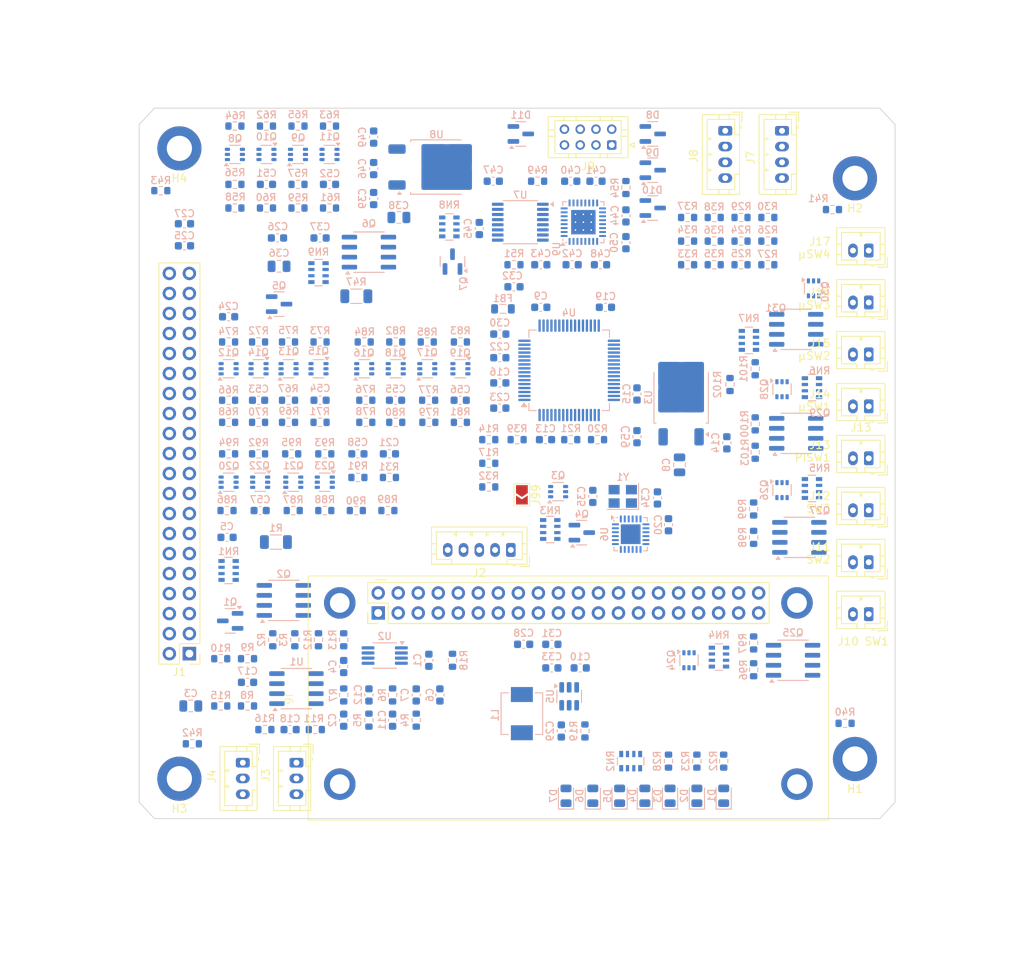
<source format=kicad_pcb>
(kicad_pcb (version 20240108) (generator "pcbnew") (generator_version "8.0")
  (title_block (title "NyanSat: Bare Board") (rev "1") (company "Oakwood School"))
  (layers (0 "F.Cu" signal) (1 "In1.Cu" power) (2 "In2.Cu" power) (3 "In3.Cu" signal) (4 "In4.Cu" signal) (31 "B.Cu" signal) (34 "B.Paste" user) (35 "F.Paste" user) (36 "B.SilkS" user "B.Silkscreen") (37 "F.SilkS" user "F.Silkscreen") (38 "B.Mask" user) (39 "F.Mask" user) (44 "Edge.Cuts" user))
  (net 0 "")
  (net 1 "+5V")
  (net 2 "GND")
  (net 3 "+BATT")
  (net 4 "/REF2V")
  (net 5 "Net-(Q2-G)")
  (net 6 "Net-(C6-Pad1)")
  (net 7 "Net-(C7-Pad1)")
  (net 8 "+7.5V")
  (net 9 "+3.3V")
  (net 10 "Net-(C11-Pad1)")
  (net 11 "Net-(U1A--)")
  (net 12 "Net-(U1B--)")
  (net 13 "Net-(C12-Pad1)")
  (net 14 "Net-(C17-Pad2)")
  (net 15 "Net-(C18-Pad2)")
  (net 16 "/~{MICRORST}")
  (net 17 "Net-(J1-Pin_37)")
  (net 18 "Net-(U5-SW)")
  (net 19 "Net-(U5-BST)")
  (net 20 "Net-(U4-VDDA)")
  (net 21 "Net-(U6-XTAL2)")
  (net 22 "Net-(U6-XTAL1)")
  (net 23 "Net-(Q6-G)")
  (net 24 "/FourFullBridges/VM")
  (net 25 "Net-(U9-V_{18})")
  (net 26 "/FourFullBridges/FBRDG3V3")
  (net 27 "Net-(U9-V_{CP})")
  (net 28 "Net-(U9-C_{FN})")
  (net 29 "Net-(U9-C_{FP})")
  (net 30 "Net-(Q10B-G1)")
  (net 31 "Net-(Q11B-G1)")
  (net 32 "Net-(Q14B-G1)")
  (net 33 "Net-(Q15B-G1)")
  (net 34 "Net-(Q18B-G1)")
  (net 35 "Net-(Q19B-G1)")
  (net 36 "Net-(Q22B-G1)")
  (net 37 "Net-(Q23B-G1)")
  (net 38 "Net-(D1-A)")
  (net 39 "Net-(D2-A)")
  (net 40 "Net-(D3-A)")
  (net 41 "Net-(D4-A)")
  (net 42 "Net-(D5-A)")
  (net 43 "Net-(D6-A)")
  (net 44 "Net-(D7-A)")
  (net 45 "/FourFullBridges/OUT1A")
  (net 46 "/FourFullBridges/OUT1B")
  (net 47 "/FourFullBridges/OUT2B")
  (net 48 "/FourFullBridges/OUT2A")
  (net 49 "/FourFullBridges/OUT3A")
  (net 50 "/FourFullBridges/OUT3B")
  (net 51 "/FourFullBridges/OUT4A")
  (net 52 "/FourFullBridges/OUT4B")
  (net 53 "Net-(H1-Pad1)")
  (net 54 "Net-(H2-Pad1)")
  (net 55 "Net-(H3-Pad1)")
  (net 56 "Net-(H4-Pad1)")
  (net 59 "/PRIPWREN")
  (net 60 "/SDA")
  (net 61 "/FBRGPWREN")
  (net 69 "/SCL")
  (net 70 "/EXTSCL")
  (net 71 "/EXTSDA")
  (net 72 "/DAC1BUF")
  (net 73 "/DAC2BUF")
  (net 77 "/uRX")
  (net 78 "/PITX")
  (net 81 "/~{PICTS}")
  (net 85 "/PISYNC")
  (net 86 "/~{RSTREQPI}")
  (net 88 "/PISW1")
  (net 91 "/PIRX")
  (net 92 "/SWDIO")
  (net 94 "Net-(J6-Pin_22)")
  (net 95 "/PIFAILSAFE")
  (net 96 "/SWCLK")
  (net 98 "/PI3V3")
  (net 99 "/~{PIRTS}")
  (net 101 "/PILED")
  (net 103 "/uTX")
  (net 104 "Net-(J7-Pin_2)")
  (net 105 "Net-(J7-Pin_4)")
  (net 106 "Net-(J8-Pin_4)")
  (net 107 "Net-(J8-Pin_2)")
  (net 108 "/PairPowerSwitches1/OUT1")
  (net 109 "/PairPowerSwitches1/OUT2")
  (net 110 "/PairPowerSwitches2/OUT1")
  (net 111 "/PairPowerSwitches2/OUT2")
  (net 112 "/PairPowerSwitches3/OUT1")
  (net 113 "/PairPowerSwitches3/OUT2")
  (net 114 "/PairPowerSwitches4/OUT1")
  (net 115 "/PairPowerSwitches4/OUT2")
  (net 116 "/~{RBF}")
  (net 117 "Net-(Q1-C)")
  (net 118 "Net-(Q1-B)")
  (net 119 "Net-(Q2-S-Pad1)")
  (net 120 "Net-(Q3A-C1)")
  (net 121 "/RSTREQGPIO")
  (net 122 "Net-(Q5-C)")
  (net 123 "Net-(Q5-B)")
  (net 124 "Net-(Q6-S-Pad1)")
  (net 125 "Net-(Q7-B)")
  (net 126 "/FourFullBridges/FBRGEN")
  (net 127 "Net-(Q8A-B1)")
  (net 128 "/FourFullBridges/PCVTSCL")
  (net 129 "/FBSCL")
  (net 130 "Net-(Q10A-D1)")
  (net 131 "/FourFullBridges/PCVTSDA")
  (net 132 "/FBSDA")
  (net 133 "Net-(Q9A-B1)")
  (net 134 "Net-(Q11A-D1)")
  (net 135 "Net-(Q10A-G2)")
  (net 136 "Net-(Q11A-G2)")
  (net 137 "Net-(Q12B-B2)")
  (net 138 "/UARTSCL")
  (net 139 "Net-(Q12A-B1)")
  (net 140 "Net-(Q13A-B1)")
  (net 141 "/UARTSDA")
  (net 142 "Net-(Q13B-B2)")
  (net 143 "Net-(Q14A-G2)")
  (net 144 "Net-(Q15A-G2)")
  (net 145 "/uSCL")
  (net 146 "Net-(Q16B-B2)")
  (net 147 "Net-(Q16A-B1)")
  (net 148 "Net-(Q17B-B2)")
  (net 149 "/uSDA")
  (net 150 "Net-(Q17A-B1)")
  (net 151 "Net-(Q18A-G2)")
  (net 152 "Net-(Q19A-G2)")
  (net 153 "Net-(Q20B-B2)")
  (net 154 "Net-(Q20A-B1)")
  (net 155 "Net-(Q21A-B1)")
  (net 156 "Net-(Q21B-B2)")
  (net 157 "Net-(Q22A-G2)")
  (net 158 "Net-(Q23A-G2)")
  (net 159 "Net-(Q24A-B1)")
  (net 160 "Net-(Q24B-B2)")
  (net 161 "Net-(Q24B-C2)")
  (net 162 "Net-(Q24A-C1)")
  (net 163 "Net-(Q26A-B1)")
  (net 164 "Net-(Q26A-C1)")
  (net 165 "Net-(Q26B-B2)")
  (net 166 "Net-(Q26B-C2)")
  (net 167 "Net-(Q28B-C2)")
  (net 168 "Net-(Q28A-C1)")
  (net 169 "Net-(Q28A-B1)")
  (net 170 "Net-(Q28B-B2)")
  (net 171 "Net-(Q30A-C1)")
  (net 172 "Net-(Q30B-B2)")
  (net 173 "Net-(Q30B-C2)")
  (net 174 "Net-(Q30A-B1)")
  (net 175 "/DAC1")
  (net 176 "/DAC2")
  (net 177 "/DAC1FB")
  (net 178 "/DAC2FB")
  (net 179 "Net-(U4-PC10)")
  (net 180 "Net-(U4-PC3)")
  (net 181 "/EN5V")
  (net 182 "/ADC6")
  (net 183 "/ADC7")
  (net 184 "Net-(U6-~{RESET})")
  (net 185 "/ADC2")
  (net 186 "/ADC3")
  (net 187 "Net-(U7-~{INT})")
  (net 188 "/FourFullBridges/~{REQFBRGEN}")
  (net 189 "Net-(U9-IREF)")
  (net 190 "/GPLED")
  (net 191 "/TIM3_CH2")
  (net 192 "/SW2")
  (net 193 "/SW1")
  (net 194 "/SW3")
  (net 195 "/uSW1")
  (net 196 "/uSW2")
  (net 197 "/uSW3")
  (net 198 "/uSW4")
  (net 199 "/FourFullBridges/MISO")
  (net 200 "Net-(RN8D-R4.1)")
  (net 238 "/FourFullBridges/~{CS}")
  (net 239 "/FourFullBridges/CMD")
  (net 240 "/FourFullBridges/SCK")
  (net 242 "/FourFullBridges/MOSI")
  (footprint "MountingHole:MountingHole_3.2mm_M3_DIN965_Pad" (layer "F.Cu") (at 191.655 67.13 180)
    (property "Reference" "H2")
    (property "Value" "MountingHole_Pad")
  )
  (footprint "MountingHole:MountingHole_3.2mm_M3_DIN965_Pad" (layer "F.Cu") (at 191.655 140.83 180)
    (property "Reference" "H1")
    (property "Value" "MountingHole_Pad")
  )
  (footprint "MountingHole:MountingHole_3.2mm_M3_DIN965_Pad" (layer "F.Cu") (at 105.955 63.33 180)
    (property "Reference" "H4")
    (property "Value" "MountingHole_Pad")
  )
  (footprint "Connector_JST:JST_PH_B2B-PH-K_1x02_P2.00mm_Vertical" (layer "F.Cu") (at 193.4 76.3 180)
    (property "Reference" "J17")
    (property "Value" "μSW4")
  )
  (footprint "Connector_JST:JST_PH_B5B-PH-K_1x05_P2.00mm_Vertical" (layer "F.Cu") (at 148 114.3 180)
    (property "Reference" "J2")
    (property "Value" "I2CExt")
  )
  (footprint "Connector_JST:JST_PH_B2B-PH-K_1x02_P2.00mm_Vertical" (layer "F.Cu") (at 193.4 89.485714 180)
    (property "Reference" "J15")
    (property "Value" "μSW2")
  )
  (footprint "Connector_JST:JST_PH_B3B-PH-K_1x03_P2.00mm_Vertical" (layer "F.Cu") (at 114 141.3 -90)
    (property "Reference" "J4")
    (property "Value" "DAC2BUF")
  )
  (footprint "Connector_JST:JST_PH_B2B-PH-K_1x02_P2.00mm_Vertical" (layer "F.Cu") (at 193.4 122.45 180)
    (property "Reference" "J10")
    (property "Value" "SW1")
  )
  (footprint "Jumper:SolderJumper-2_P1.3mm_Open_TrianglePad1.0x1.5mm" (layer "F.Cu") (at 149.4 107.3 -90)
    (property "Reference" "J99")
    (property "Value" "RBFJUMP")
  )
  (footprint "Connector_JST:JST_PHD_B8B-PHDSS_2x04_P2.00mm_Vertical" (layer "F.Cu") (at 160.8 62.9 180)
    (property "Reference" "J9")
    (property "Value" "4FBRG")
  )
  (footprint "Connector_JST:JST_PH_B2B-PH-K_1x02_P2.00mm_Vertical" (layer "F.Cu") (at 193.4 96.078571 180)
    (property "Reference" "J14")
    (property "Value" "μSW1")
  )
  (footprint "Connector_JST:JST_PH_B3B-PH-K_1x03_P2.00mm_Vertical" (layer "F.Cu") (at 120.8 141.3 -90)
    (property "Reference" "J3")
    (property "Value" "DAC1BUF")
  )
  (footprint "Connector_JST:JST_PH_B4B-PH-K_1x04_P2.00mm_Vertical" (layer "F.Cu") (at 182.4 61.1 -90)
    (property "Reference" "J7")
    (property "Value" "ADC6/7")
  )
  (footprint "Connector_PinHeader_2.54mm:PinHeader_2x20_P2.54mm_Vertical" (layer "F.Cu") (at 107.225 127.46 180)
    (property "Reference" "J1")
    (property "Value" "Conn_02x20_Odd_Even")
  )
  (footprint "SSE_Footprints:RPI02W" (layer "F.Cu") (at 160.8 133.1 -90)
    (property "Reference" "J6")
    (property "Value" "Conn_02x20_Odd_Even")
  )
  (footprint "Connector_JST:JST_PH_B2B-PH-K_1x02_P2.00mm_Vertical" (layer "F.Cu") (at 193.4 115.857142 180)
    (property "Reference" "J11")
    (property "Value" "SW2")
  )
  (footprint "Connector_JST:JST_PH_B2B-PH-K_1x02_P2.00mm_Vertical" (layer "F.Cu") (at 193.4 109.264285 180)
    (property "Reference" "J12")
    (property "Value" "SW3")
  )
  (footprint "Connector_JST:JST_PH_B2B-PH-K_1x02_P2.00mm_Vertical" (layer "F.Cu") (at 193.4 82.892857 180)
    (property "Reference" "J16")
    (property "Value" "μSW3")
  )
  (footprint "Connector_JST:JST_PH_B4B-PH-K_1x04_P2.00mm_Vertical" (layer "F.Cu") (at 175.2 61.1 -90)
    (property "Reference" "J8")
    (property "Value" "ADC2/3")
  )
  (footprint "MountingHole:MountingHole_3.2mm_M3_DIN965_Pad" (layer "F.Cu") (at 105.955 143.33 180)
    (property "Reference" "H3")
    (property "Value" "MountingHole_Pad")
  )
  (footprint "Connector_JST:JST_PH_B2B-PH-K_1x02_P2.00mm_Vertical" (layer "F.Cu") (at 193.4 102.671428 180)
    (property "Reference" "J13")
    (property "Value" "PISW1")
  )
  (footprint "Resistor_SMD:R_0603_1608Metric" (layer "B.Cu") (at 175.8 93.3 90)
    (property "Reference" "R102")
    (property "Value" "10k")
  )
  (footprint "Capacitor_SMD:C_0603_1608Metric" (layer "B.Cu") (at 120 137.1 180)
    (property "Reference" "C18")
    (property "Value" "10uF")
  )
  (footprint "Resistor_SMD:R_0603_1608Metric" (layer "B.Cu") (at 116 102.1 180)
    (property "Reference" "R92")
    (property "Value" "200k")
  )
  (footprint "Resistor_SMD:R_0603_1608Metric" (layer "B.Cu") (at 117 60.5 180)
    (property "Reference" "R62")
    (property "Value" "200k")
  )
  (footprint "Capacitor_SMD:C_0603_1608Metric" (layer "B.Cu") (at 136 132.7 -90)
    (property "Reference" "C7")
    (property "Value" "680pF")
  )
  (footprint "Capacitor_SMD:C_0603_1608Metric" (layer "B.Cu") (at 137.6 128.3 -90)
    (property "Reference" "C1")
    (property "Value" "100nF")
  )
  (footprint "Package_TO_SOT_SMD:SOT-363_SC-70-6" (layer "B.Cu") (at 117 64.1 180)
    (property "Reference" "Q10")
    (property "Value" "BSS138PS,115")
  )
  (footprint "Resistor_SMD:R_0603_1608Metric" (layer "B.Cu") (at 151.4 67.5)
    (property "Reference" "R49")
    (property "Value" "10k")
  )
  (footprint "Resistor_SMD:R_Array_Convex_4x0603" (layer "B.Cu") (at 123.6 79.1)
    (property "Reference" "RN9")
    (property "Value" "4.7k")
  )
  (footprint "Capacitor_SMD:C_0805_2012Metric" (layer "B.Cu") (at 133.8 72.1)
    (property "Reference" "C38")
    (property "Value" "22uF")
  )
  (footprint "Resistor_SMD:R_0603_1608Metric" (layer "B.Cu") (at 157.4 137.2735 -90)
    (property "Reference" "R19")
    (property "Value" "10k")
  )
  (footprint "Capacitor_SMD:C_0603_1608Metric" (layer "B.Cu") (at 158.8 67.5)
    (property "Reference" "C41")
    (property "Value" "100nF")
  )
  (footprint "Package_TO_SOT_SMD:SOT-363_SC-70-6" (layer "B.Cu") (at 154 106.9)
    (property "Reference" "Q3")
    (property "Value" "MBT2222ADW1T1")
  )
  (footprint "Resistor_SMD:R_1206_3216Metric" (layer "B.Cu") (at 128.4 82.1)
    (property "Reference" "R47")
    (property "Value" "200m 1W")
  )
  (footprint "Resistor_SMD:R_0603_1608Metric" (layer "B.Cu") (at 119.8 87.9)
    (property "Reference" "R75")
    (property "Value" "6.8k")
  )
  (footprint "Resistor_SMD:R_Array_Convex_4x0603" (layer "B.Cu") (at 112.2 116.9)
    (property "Reference" "RN1")
    (property "Value" "4.7k")
  )
  (footprint "Capacitor_SMD:C_0603_1608Metric" (layer "B.Cu") (at 123.8 95.3)
    (property "Reference" "C54")
    (property "Value" "10nF")
  )
  (footprint "Resistor_SMD:R_0603_1608Metric" (layer "B.Cu") (at 178.8 109.1 -90)
    (property "Reference" "R99")
    (property "Value" "10k")
  )
  (footprint "Capacitor_SMD:C_0603_1608Metric" (layer "B.Cu") (at 126.8 129.1 90)
    (property "Reference" "C4")
    (property "Value" "100nF")
  )
  (footprint "Resistor_SMD:R_0603_1608Metric" (layer "B.Cu") (at 119.8 98.1)
    (property "Reference" "R69")
    (property "Value" "10k")
  )
  (footprint "Resistor_SMD:R_0603_1608Metric" (layer "B.Cu") (at 120.4 109.3)
    (property "Reference" "R87")
    (property "Value" "680")
  )
  (footprint "Capacitor_SMD:C_0603_1608Metric" (layer "B.Cu") (at 148.4 80.9 180)
    (property "Reference" "C32")
    (property "Value" "2.2uF")
  )
  (footprint "LED_SMD:LED_0805_2012Metric" (layer "B.Cu") (at 161.8 145.5 90)
    (property "Reference" "D5")
    (property "Value" "GPLED")
  )
  (footprint "Capacitor_SMD:C_0603_1608Metric" (layer "B.Cu") (at 118.4 74.7)
    (property "Reference" "C26")
    (property "Value" "100nF")
  )
  (footprint "Resistor_SMD:R_0603_1608Metric" (layer "B.Cu") (at 140.6 128.3 90)
    (property "Reference" "R18")
    (property "Value" "33")
  )
  (footprint "Capacitor_SMD:C_0603_1608Metric" (layer "B.Cu") (at 162.6 75.3 90)
    (property "Reference" "C50")
    (property "Value" "22nF")
  )
  (footprint "Resistor_SMD:R_0603_1608Metric" (layer "B.Cu") (at 123.8 98.1)
    (property "Reference" "R71")
    (property "Value" "100k")
  )
  (footprint "Capacitor_SMD:C_0603_1608Metric" (layer "B.Cu") (at 116.2 109.3 180)
    (property "Reference" "C57")
    (property "Value" "10nF")
  )
  (footprint "Capacitor_SMD:C_0603_1608Metric" (layer "B.Cu") (at 154.4 137.2735 -90)
    (property "Reference" "C29")
    (property "Value" "100nF")
  )
  (footprint "Resistor_SMD:R_0603_1608Metric" (layer "B.Cu") (at 116 98.1)
    (property "Reference" "R70")
    (property "Value" "100k")
  )
  (footprint "Capacitor_SMD:C_0603_1608Metric" (layer "B.Cu") (at 160 83.5)
    (property "Reference" "C19")
    (property "Value" "100nF")
  )
  (footprint "Capacitor_SMD:C_0603_1608Metric" (layer "B.Cu") (at 175.4 100.7 -90)
    (property "Reference" "C14")
    (property "Value" "100nF")
  )
  (footprint "Capacitor_SMD:C_0603_1608Metric" (layer "B.Cu") (at 162.6 71.9 90)
    (property "Reference" "C44")
    (property "Value" "2.2uF")
  )
  (footprint "Capacitor_SMD:C_0603_1608Metric" (layer "B.Cu") (at 168 111.1 90)
    (property "Reference" "C20")
    (property "Value" "100nF")
  )
  (footprint "Package_TO_SOT_SMD:SOT-363_SC-70-6" (layer "B.Cu") (at 129.4 91.3)
    (property "Reference" "Q16")
    (property "Value" "MBT2222ADW1T1")
  )
  (footprint "Resistor_SMD:R_0603_1608Metric" (layer "B.Cu") (at 113 60.5)
    (property "Reference" "R64")
    (property "Value" "6.8k")
  )
  (footprint "Capacitor_SMD:C_0603_1608Metric" (layer "B.Cu") (at 106.6 75.7 180)
    (property "Reference" "C25")
    (property "Value" "100nF")
  )
  (footprint "Resistor_SMD:R_0603_1608Metric" (layer "B.Cu") (at 141.6 87.9 180)
    (property "Reference" "R83")
    (property "Value" "200k")
  )
  (footprint "Resistor_SMD:R_0603_1608Metric" (layer "B.Cu") (at 177.2 78.1)
    (property "Reference" "R25")
    (property "Value" "10k")
  )
  (footprint "Package_TO_SOT_SMD:SOT-23" (layer "B.Cu") (at 118.6 83.1)
    (property "Reference" "Q5")
    (property "Value" "PMBT2222A")
  )
  (footprint "Package_TO_SOT_SMD:TO-252-2" (layer "B.Cu") (at 138.6 65.7)
    (property "Reference" "U8")
    (property "Value" "KF33BDT")
  )
  (footprint "Resistor_SMD:R_0603_1608Metric" (layer "B.Cu") (at 124.4 102.1 180)
    (property "Reference" "R93")
    (property "Value" "200k")
  )
  (footprint "Resistor_SMD:R_0603_1608Metric" (layer "B.Cu") (at 159 100.3)
    (property "Reference" "R20")
    (property "Value" "4.7k")
  )
  (footprint "Resistor_SMD:R_0603_1608Metric" (layer "B.Cu") (at 112.2 87.9)
    (property "Reference" "R74")
    (property "Value" "6.8k")
  )
  (footprint "Capacitor_SMD:C_0603_1608Metric" (layer "B.Cu") (at 146.6 93.1)
    (property "Reference" "C16")
    (property "Value" "100nF")
  )
  (footprint "Resistor_SMD:R_Array_Convex_4x0603" (layer "B.Cu") (at 186.2 93.7 180)
    (property "Reference" "RN6")
    (property "Value" "4.7k")
  )
  (footprint "Resistor_SMD:R_0603_1608Metric" (layer "B.Cu") (at 180.6 72.1)
    (property "Reference" "R30")
    (property "Value" "33")
  )
  (footprint "Resistor_SMD:R_Array_Convex_4x0603" (layer "B.Cu") (at 178.2 87.7 180)
    (property "Reference" "RN7")
    (property "Value" "4.7k")
  )
  (footprint "Capacitor_SMD:C_0603_1608Metric" (layer "B.Cu") (at 126.8 135.9 -90)
    (property "Reference" "C2")
    (property "Value" "100nF")
  )
  (footprint "Capacitor_SMD:C_0603_1608Metric" (layer "B.Cu") (at 130.6 69.7 -90)
    (property "Reference" "C39")
    (property "Value" "2.2uF")
  )
  (footprint "Package_TO_SOT_SMD:SOT-363_SC-70-6" (layer "B.Cu") (at 133.4 91.3 180)
    (property "Reference" "Q18")
    (property "Value" "BSS138PS,115")
  )
  (footprint "Capacitor_SMD:C_0603_1608Metric" (layer "B.Cu") (at 145.775 67.5 180)
    (property "Reference" "C47")
    (property "Value" "100nF")
  )
  (footprint "LED_SMD:LED_0805_2012Metric" (layer "B.Cu") (at 168.2 145.5 90)
    (property "Reference" "D3")
    (property "Value" "3V3")
  )
  (footprint "Package_TO_SOT_SMD:SOT-363_SC-70-6" (layer "B.Cu") (at 112.2 105.7)
    (property "Reference" "Q20")
    (property "Value" "MBT2222ADW1T1")
  )
  (footprint "Package_TO_SOT_SMD:SOT-363_SC-70-6" (layer "B.Cu") (at 116.2 105.7 180)
    (property "Reference" "Q22")
    (property "Value" "BSS138PS,115")
  )
  (footprint "Resistor_SMD:R_0603_1608Metric" (layer "B.Cu") (at 113 67.9)
    (property "Reference" "R56")
    (property "Value" "680")
  )
  (footprint "Capacitor_SMD:C_0603_1608Metric" (layer "B.Cu") (at 146.6 96.3 180)
    (property "Reference" "C23")
    (property "Value" "100nF")
  )
  (footprint "Capacitor_SMD:C_0603_1608Metric" (layer "B.Cu") (at 112.2 84.7)
    (property "Reference" "C24")
    (property "Value" "100nF")
  )
  (footprint "Resistor_SMD:R_0603_1608Metric" (layer "B.Cu") (at 124.4 109.3)
    (property "Reference" "R88")
    (property "Value" "10k")
  )
  (footprint "Package_TO_SOT_SMD:SOT-363_SC-70-6" (layer "B.Cu") (at 186.4 81.1 -90)
    (property "Reference" "Q30")
    (property "Value" "MBT2222ADW1T1")
  )
  (footprint "Resistor_SMD:R_0603_1608Metric" (layer "B.Cu") (at 112.2 98.1)
    (property "Reference" "R68")
    (property "Value" "10k")
  )
  (footprint "Inductor_SMD:L_0805_2012Metric" (layer "B.Cu") (at 147 83.7)
    (property "Reference" "FB1")
    (property "Value" "BLM21BD272SN1L")
  )
  (footprint "Capacitor_SMD:C_0603_1608Metric" (layer "B.Cu") (at 141.575 95.3)
    (property "Reference" "C56")
    (property "Value" "10nF")
  )
  (footprint "Resistor_SMD:R_0603_1608Metric" (layer "B.Cu") (at 107.6 138.9)
    (property "Reference" "R42")
    (property "Value" "33")
  )
  (footprint "Resistor_SMD:R_0603_1608Metric" (layer "B.Cu") (at 132.6 105.1)
    (property "Reference" "R31")
    (property "Value" "10k")
  )
  (footprint "Capacitor_SMD:C_0603_1608Metric" (layer "B.Cu") (at 123.8 74.7 180)
    (property "Reference" "C37")
    (property "Value" "2.2uF")
  )
  (footprint "Package_QFP:LQFP-64_10x10mm_P0.5mm" (layer "B.Cu") (at 155.4 91.5)
    (property "Reference" "U4")
    (property "Value" "STM32L072R_B-Z_Tx")
  )
  (footprint "Resistor_SMD:R_0603_1608Metric" (layer "B.Cu") (at 177.2 75.1 180)
    (property "Reference" "R24")
    (property "Value" "10k")
  )
  (footprint "Resistor_SMD:R_0603_1608Metric" (layer "B.Cu") (at 179 101.9 90)
    (property "Reference" "R103")
    (property "Value" "10k")
  )
  (footprint "Resistor_SMD:R_0603_1608Metric" (layer "B.Cu") (at 114.6 134.1 180)
    (property "Reference" "R8")
    (property "Value" "0")
  )
  (footprint "Resistor_SMD:R_0603_1608Metric" (layer "B.Cu") (at 177.2 72.1)
    (property "Reference" "R29")
    (property "Value" "33")
  )
  (footprint "Resistor_SMD:R_0603_1608Metric" (layer "B.Cu") (at 133.4 98.1)
    (property "Reference" "R80")
    (property "Value" "100k")
  )
  (footprint "Capacitor_SMD:C_0603_1608Metric" (layer "B.Cu") (at 164 99.925 -90)
    (property "Reference" "C59")
    (property "Value" "100nF")
  )
  (footprint "Capacitor_SMD:C_0603_1608Metric" (layer "B.Cu") (at 153.2 129.2735 180)
    (property "Reference" "C33")
    (property "Value" "100nF")
  )
  (footprint "Package_TO_SOT_SMD:SOT-23" (layer "B.Cu") (at 166 61.5)
    (property "Reference" "D8")
    (property "Value" "MMBZ15VALT1G")
  )
  (footprint "Capacitor_SMD:C_0603_1608Metric" (layer "B.Cu") (at 158.4 107.5 -90)
    (property "Reference" "C35")
    (property "Value" "15pF")
  )
  (footprint "Package_TO_SOT_SMD:SOT-23" (layer "B.Cu") (at 112.4 123.3 180)
    (property "Reference" "Q1")
    (property "Value" "PMBT2222A")
  )
  (footprint "Resistor_SMD:R_0603_1608Metric" (layer "B.Cu") (at 119.8 95.3)
    (property "Reference" "R67")
    (property "Value" "680")
  )
  (footprint "Capacitor_SMD:C_0603_1608Metric" (layer "B.Cu") (at 151.8 78.1 180)
    (property "Reference" "C43")
    (property "Value" "100nF")
  )
  (footprint "Capacitor_SMD:C_0603_1608Metric" (layer "B.Cu") (at 114.6 131.1 180)
    (property "Reference" "C17")
    (property "Value" "10uF")
  )
  (footprint "Resistor_SMD:R_Array_Convex_4x0603" (layer "B.Cu") (at 153 111.7)
    (property "Reference" "RN3")
    (property "Value" "3.3k")
  )
  (footprint "Resistor_SMD:R_0603_1608Metric" (layer "B.Cu") (at 114.6 128.1 180)
    (property "Reference" "R9")
    (property "Value" "3.3k")
  )
  (footprint "Capacitor_SMD:C_0603_1608Metric" (layer "B.Cu") (at 117 67.9 180)
    (property "Reference" "C51")
    (property "Value" "10nF")
  )
  (footprint "Package_TO_SOT_SMD:SOT-363_SC-70-6" (layer "B.Cu") (at 125 64.1 180)
    (property "Reference" "Q11")
    (property "Value" "BSS138PS,115")
  )
  (footprint "Package_TO_SOT_SMD:SOT-363_SC-70-6" (layer "B.Cu") (at 116 91.3 180)
    (property "Reference" "Q14")
    (property "Value" "BSS138PS,115")
  )
  (footprint "Package_TO_SOT_SMD:SOT-23" (layer "B.Cu") (at 166 70.9)
    (property "Reference" "D10")
    (property "Value" "MMBZ15VALT1G")
  )
  (footprint "Resistor_SMD:R_0603_1608Metric" (layer "B.Cu") (at 116 87.9 180)
    (property "Reference" "R72")
    (property "Value" "200k")
  )
  (footprint "Resistor_SMD:R_0603_1608Metric" (layer "B.Cu") (at 178.8 126.1 90)
    (property "Reference" "R97")
    (property "Value" "10k")
  )
  (footprint "Package_TO_SOT_SMD:SOT-363_SC-70-6" (layer "B.Cu") (at 113 64.1)
    (property "Reference" "Q8")
    (property "Value" "MBT2222ADW1T1")
  )
  (footprint "Resistor_SMD:R_0603_1608Metric" (layer "B.Cu") (at 188.8 71.1)
    (property "Reference" "R41")
    (property "Value" "33")
  )
  (footprint "Capacitor_SMD:C_0603_1608Metric" (layer "B.Cu") (at 106.6 72.9 180)
    (property "Reference" "C27")
    (property "Value" "100nF")
  )
  (footprint "Resistor_SMD:R_Array_Convex_4x0603" (layer "B.Cu") (at 140.2 73.3 180)
    (property "Reference" "RN8")
    (property "Value" "10k")
  )
  (footprint "LED_SMD:LED_0805_2012Metric" (layer "B.Cu") (at 171.6 145.5 90)
    (property "Reference" "D2")
    (property "Value" "5V")
  )
  (footprint "Package_TO_SOT_SMD:TO-252-2" (layer "B.Cu") (at 169.6 94.9 90)
    (property "Reference" "U3")
    (property "Value" "KF33BDT")
  )
  (footprint "Resistor_SMD:R_0603_1608Metric" (layer "B.Cu") (at 155.6 100.3 180)
    (property "Reference" "R21")
    (property "Value" "4.7k")
  )
  (footprint "Package_SO:TSSOP-16_4.4x5mm_P0.65mm" (layer "B.Cu") (at 149.2 72.7 180)
    (property "Reference" "U7")
    (property "Value" "SC18IS606")
  )
  (footprint "Resistor_SMD:R_0603_1608Metric" (layer "B.Cu") (at 137.4 87.9)
    (property "Reference" "R85")
    (property "Value" "6.8k")
  )
  (footprint "Package_SO:SOIC-8_3.9x4.9mm_P1.27mm" (layer "B.Cu") (at 183.8 128.3)
    (property "Reference" "Q25")
    (property "Value" "IRF7306")
  )
  (footprint "Resistor_SMD:R_0603_1608Metric" (layer "B.Cu") (at 170.425 78.1)
    (property "Reference" "R33")
    (property "Value" "10k")
  )
  (footprint "Package_TO_SOT_SMD:SOT-363_SC-70-6" (layer "B.Cu") (at 124.4 105.7 180)
    (property "Reference" "Q23")
    (property "Value" "BSS138PS,115")
  )
  (footprint "Capacitor_SMD:C_0603_1608Metric" (layer "B.Cu") (at 130 132.7 90)
    (property "Reference" "C12")
    (property "Value" "68pF")
  )
  (footprint "Package_TO_SOT_SMD:SOT-23" (layer "B.Cu") (at 149.2625 61.5)
    (property "Reference" "D11")
    (property "Value" "MMBZ15VALT1G")
  )
  (footprint "Package_TO_SOT_SMD:SOT-363_SC-70-6" (layer "B.Cu") (at 123.6 91.3 180)
    (property "Reference" "Q15")
    (property "Value" "BSS138PS,115")
  )
  (footprint "Resistor_SMD:R_0603_1608Metric" (layer "B.Cu") (at 141.6 98.1)
    (property "Reference" "R81")
    (property "Value" "100k")
  )
  (footprint "Resistor_SMD:R_0603_1608Metric" (layer "B.Cu") (at 136 135.9 -90)
    (property "Reference" "R4")
    (property "Value" "5.6k")
  )
  (footprint "Capacitor_SMD:C_0603_1608Metric" (layer "B.Cu") (at 155.775 78.1 180)
    (property "Reference" "C42")
    (property "Value" "100nF")
  )
  (footprint "Resistor_SMD:R_0603_1608Metric" (layer "B.Cu") (at 123.2 137.1)
    (property "Reference" "R11")
    (property "Value" "0")
  )
  (footprint "Resistor_SMD:R_0603_1608Metric" (layer "B.Cu") (at 128.4 109.3)
    (property "Reference" "R90")
    (property "Value" "100k")
  )
  (footprint "Package_TO_SOT_SMD:TSOT-23-6" (layer "B.Cu") (at 155.4 132.8735 -90)
    (property "Reference" "U5")
    (property "Value" "AP62301WU")
  )
  (footprint "Package_SO:SOIC-8_3.9x4.9mm_P1.27mm" (layer "B.Cu") (at 184.2 99.5)
    (property "Reference" "Q29")
    (property "Value" "IRF7306")
  )
  (footprint "Capacitor_SMD:C_0805_2012Metric" (layer "B.Cu") (at 118.6 78.3 180)
    (property "Reference" "C36")
    (property "Value" "22uF")
  )
  (footprint "Resistor_SMD:R_0603_1608Metric" (layer "B.Cu") (at 117 70.9)
    (property "Reference" "R60")
    (property "Value" "100k")
  )
  (footprint "Capacitor_SMD:C_0603_1608Metric" (layer "B.Cu") (at 144 73.5 -90)
    (property "Reference" "C45")
    (property "Value" "100nF")
  )
  (footprint "Package_TO_SOT_SMD:SOT-363_SC-70-6" (layer "B.Cu") (at 121 64.1)
    (property "Reference" "Q9")
    (property "Value" "MBT2222ADW1T1")
  )
  (footprint "Resistor_SMD:R_0603_1608Metric" (layer "B.Cu") (at 121 60.5)
    (property "Reference" "R65")
    (property "Value" "6.8k")
  )
  (footprint "Resistor_SMD:R_0603_1608Metric" (layer "B.Cu") (at 112.2 102.1)
    (property "Reference" "R94")
    (property "Value" "6.8k")
  )
  (footprint "Resistor_SMD:R_0603_1608Metric" (layer "B.Cu") (at 162.6 68.3 90)
    (property "Reference" "R54")
    (property "Value" "15k")
  )
  (footprint "Resistor_SMD:R_0603_1608Metric" (layer "B.Cu") (at 173.8 75.1)
    (property "Reference" "R36")
    (property "Value" "10k")
  )
  (footprint "Resistor_SMD:R_0603_1608Metric" (layer "B.Cu") (at 168 141.1 -90)
    (property "Reference" "R28")
    (property "Value" "1.5k")
  )
  (footprint "Resistor_SMD:R_0603_1608Metric" (layer "B.Cu") (at 125 70.9)
    (property "Reference" "R61")
    (property "Value" "100k")
  )
  (footprint "Resistor_SMD:R_0603_1608Metric" (layer "B.Cu") (at 145.2 100.3)
    (property "Reference" "R14")
    (property "Value" "1k")
  )
  (footprint "Capacitor_SMD:C_0603_1608Metric" (layer "B.Cu") (at 146.6 86.9 180)
    (property "Reference" "C30")
    (property "Value" "100nF")
  )
  (footprint "Package_TO_SOT_SMD:SOT-363_SC-70-6" (layer "B.Cu") (at 182.4 106.7 -90)
    (property "Reference" "Q26")
    (property "Value" "MBT2222ADW1T1")
  )
  (footprint "Resistor_SMD:R_Array_Convex_4x0603" (layer "B.Cu") (at 186.2 106.5 180)
    (property "Reference" "RN5")
    (property "Value" "4.7k")
  )
  (footprint "Capacitor_SMD:C_0603_1608Metric" (layer "B.Cu") (at 164 94.5 90)
    (property "Reference" "C15")
    (property "Value" "100nF")
  )
  (footprint "Capacitor_SMD:C_0603_1608Metric" (layer "B.Cu") (at 112 112.7 180)
    (property "Reference" "C5")
    (property "Value" "2.2uF")
  )
  (footprint "Resistor_SMD:R_0603_1608Metric" (layer "B.Cu") (at 173.8 78.1 180)
    (property "Reference" "R35")
    (property "Value" "10k")
  )
  (footprint "Package_TO_SOT_SMD:SOT-363_SC-70-6" (layer "B.Cu") (at 137.4 91.3)
    (property "Reference" "Q17")
    (property "Value" "MBT2222ADW1T1")
  )
  (footprint "Resistor_SMD:R_0603_1608Metric" (layer "B.Cu") (at 148.8 100.3)
    (property "Reference" "R39")
    (property "Value" "10k")
  )
  (footprint "Package_TO_SOT_SMD:SOT-23" (layer "B.Cu") (at 140.6 77.7 90)
    (property "Reference" "Q7")
    (property "Value" "PMBT2222A")
  )
  (footprint "Resistor_SMD:R_0603_1608Metric" (layer "B.Cu") (at 137.6 98.1)
    (property "Reference" "R79")
    (property "Value" "10k")
  )
  (footprint "Resistor_SMD:R_0603_1608Metric" (layer "B.Cu") (at 128.6 105.1)
    (property "Reference" "R91")
    (property "Value" "100k")
  )
  (footprint "Capacitor_SMD:C_0603_1608Metric" (layer "B.Cu") (at 152.4 100.3)
    (property "Reference" "C13")
    (property "Value" "100nF")
  )
  (footprint "Package_DFN_QFN:QFN-32-1EP_5x5mm_P0.5mm_EP3.1x3.1mm_ThermalVias" (layer "B.Cu") (at 157.2 72.7)
    (property "Reference" "U9")
    (property "Value" "MAX22200")
  )
  (footprint "Resistor_SMD:R_0603_1608Metric" (layer "B.Cu") (at 171.6 141.1 -90)
    (property "Reference" "R23")
    (property "Value" "3.3k")
  )
  (footprint "Resistor_SMD:R_1206_3216Metric" (layer "B.Cu") (at 118.2 113.3)
    (property "Reference" "R1")
    (property "Value" "200m 1W")
  )
  (footprint "Package_SO:SOIC-8_3.9x4.9mm_P1.27mm" (layer "B.Cu") (at 120.8 131.9)
    (property "Reference" "U1")
    (property "Value" "TS912")
  )
  (footprint "Resistor_SMD:R_0603_1608Metric" (layer "B.Cu") (at 121 67.9)
    (property "Reference" "R57")
    (property "Value" "680")
  )
  (footprint "Capacitor_SMD:C_0603_1608Metric" (layer "B.Cu") (at 151.8 83.5 180)
    (property "Reference" "C9")
    (property "Value" "100nF")
  )
  (footprint "Resistor_SMD:R_0603_1608Metric" (layer "B.Cu") (at 129.6 98.1)
    (property "Reference" "R78")
    (property "Value" "10k")
  )
  (footprint "Resistor_SMD:R_0603_1608Metric" (layer "B.Cu") (at 145.2 106.3)
    (property "Reference" "R32")
    (property "Value" "10k")
  )
  (footprint "Resistor_SMD:R_0603_1608Metric" (layer "B.Cu") (at 126.8 125.7 90)
    (property "Reference" "R13")
    (property "Value" "5.6k")
  )
  (footprint "Package_TO_SOT_SMD:SOT-363_SC-70-6" (layer "B.Cu") (at 170.6 128.3 -90)
    (property "Reference" "Q24")
    (property "Value" "MBT2222ADW1T1")
  )
  (footprint "Resistor_SMD:R_Array_Convex_4x0603" (layer "B.Cu") (at 174.4 127.9 180)
    (property "Reference" "RN4")
    (property "Value" "4.7k")
  )
  (footprint "Capacitor_SMD:C_0603_1608Metric" (layer "B.Cu") (at 166.6 107.7 90)
    (property "Reference" "C34")
    (property "Value" "22pF")
  )
  (footprint "Capacitor_SMD:C_0805_2012Metric" (layer "B.Cu") (at 107.4 134.1)
    (property "Reference" "C3")
    (property "Value" "22uF")
  )
  (footprint "Resistor_SMD:R_0603_1608Metric" (layer "B.Cu") (at 123.8 87.9 180)
    (property "Reference" "R73")
    (property "Value" "200k")
  )
  (footprint "Resistor_SMD:R_0603_1608Metric" (layer "B.Cu") (at 129.4 87.9)
    (property "Reference" "R84")
    (property "Value" "6.8k")
  )
  (footprint "Capacitor_SMD:C_0603_1608Metric" (layer "B.Cu") (at 156.8 129.2735 180)
    (property "Reference" "C10")
    (property "Value" "2.2uF")
  )
  (footprint "Resistor_SMD:R_0603_1608Metric" (layer "B.Cu") (at 137.575 95.3)
    (property "Reference" "R77")
    (property "Value" "680")
  )
  (footprint "Resistor_SMD:R_0603_1608Metric" (layer "B.Cu") (at 113 70.9)
    (property "Reference" "R58")
    (property "Value" "10k")
  )
  (footprint "Package_SO:SOIC-8_3.9x4.9mm_P1.27mm" (layer "B.Cu") (at 184.6 112.7)
    (property "Reference" "Q27")
    (property "Value" "IRF7306")
  )
  (footprint "Capacitor_SMD:C_0603_1608Metric" (layer "B.Cu") (at 159.375 78.1)
    (property "Reference" "C48")
    (property "Value" "1.0uF")
  )
  (footprint "Package_TO_SOT_SMD:SOT-23" (layer "B.Cu") (at 166 66.1)
    (property "Reference" "D9")
    (property "Value" "MMBZ15VALT1G")
  )
  (footprint "Resistor_SMD:R_0603_1608Metric" (layer "B.Cu") (at 117.8 125.7 -90)
    (property "Reference" "R2")
    (property "Value" "3.3k")
  )
  (footprint "Capacitor_SMD:C_0603_1608Metric" (layer "B.Cu") (at 125 67.9)
    (property "Reference" "C52")
    (property "Value" "10nF")
  )
  (footprint "Capacitor_SMD:C_0603_1608Metric" (layer "B.Cu") (at 133 135.9 90)
    (property "Reference" "C11")
    (property "Value" "68pF")
  )
  (footprint "Capacitor_SMD:C_0603_1608Metric" (layer "B.Cu") (at 130.6 65.9 -90)
    (property "Reference" "C46")
    (property "Value" "100nF")
  )
  (footprint "Resistor_SMD:R_0603_1608Metric" (layer "B.Cu") (at 179 98.3 90)
    (property "Reference" "R100")
    (property "Value" "10k")
  )
  (footprint "Capacitor_SMD:C_0603_1608Metric" (layer "B.Cu") (at 130.6 61.9 -90)
    (property "Reference" "C49")
    (property "Value" "100nF")
  )
  (footprint "Resistor_SMD:R_0603_1608Metric" (layer "B.Cu") (at 121 70.9)
    (property "Reference" "R59")
    (property "Value" "10k")
  )
  (footprint "Capacitor_SMD:C_0603_1608Metric" (layer "B.Cu") (at 146.6 89.9 180)
    (property "Reference" "C22")
    (property "Value" "100nF")
  )
  (footprint "Package_SO:SOIC-8_3.9x4.9mm_P1.27mm" (layer "B.Cu") (at 184.2 86.3)
    (property "Reference" "Q31")
    (property "Value" "IRF7306")
  )
  (footprint "LED_SMD:LED_0805_2012Metric" (layer "B.Cu") (at 165 145.5 90)
    (property "Reference" "D4")
    (property "Value" "PI3V3")
  )
  (footprint "LED_SMD:LED_0805_2012Metric" (layer "B.Cu") (at 175 145.5 90)
    (property "Reference" "D1")
    (property "Value" "7V5")
  )
  (footprint "Resistor_SMD:R_0603_1608Metric" (layer "B.Cu") (at 103.6 68.7)
    (property "Reference" "R43")
    (property "Value" "33")
  )
  (footprint "Capacitor_SMD:C_0603_1608Metric" (layer "B.Cu") (at 155.6 67.5)
    (property "Reference" "C40")
    (property "Value" "100nF")
  )
  (footprint "Resistor_SMD:R_0603_1608Metric" (layer "B.Cu") (at 129.6 95.3)
    (property "Reference" "R76")
    (property "Value" "680")
  )
  (footprint "Resistor_SMD:R_0603_1608Metric" (layer "B.Cu") (at 133 132.7 -90)
    (property "Reference" "R6")
    (property "Value" "5.6k")
  )
  (footprint "Capacitor_SMD:C_0603_1608Metric" (layer "B.Cu") (at 139 132.7 90)
    (property "Reference" "C6")
    (property "Value" "680pF")
  )
  (footprint "Resistor_SMD:R_0603_1608Metric" (layer "B.Cu") (at 148.4 78.1 180)
    (property "Reference" "R51")
    (property "Value" "10k")
  )
  (footprint "Resistor_SMD:R_0603_1608Metric" (layer "B.Cu") (at 126.8 132.7 90)
    (property "Reference" "R7")
    (property "Value" "9.1k")
  )
  (footprint "Package_SO:SOIC-8_3.9x4.9mm_P1.27mm" (layer "B.Cu") (at 119.2 120.7)
    (property "Reference" "Q2")
    (property "Value" "IRF9393")
  )
  (footprint "Package_SO:MSOP-8_3x3mm_P0.65mm" (layer "B.Cu") (at 132 127.7 180)
    (property "Reference" "U2")
    (property "Value" "ADR420ARMZ")
  )
  (footprint "Resistor_SMD:R_0603_1608Metric" (layer "B.Cu") (at 180.6 75.1 180)
    (property "Reference" "R26")
    (property "Value" "10k")
  )
  (footprint "Package_TO_SOT_SMD:SOT-363_SC-70-6" (layer "B.Cu") (at 182.4 93.9 -90)
    (property "Reference" "Q28")
    (property "Value" "MBT2222ADW1T1")
  )
  (footprint "Resistor_SMD:R_0603_1608Metric" (layer "B.Cu") (at 170.425 75.1 180)
    (property "Reference" "R34")
    (property "Value" "10k")
  )
  (footprint "Package_DFN_QFN:HVQFN-24-1EP_4x4mm_P0.5mm_EP2.5x2.5mm" (layer "B.Cu") (at 163.2 112.3 -90)
    (property "Reference" "U6")
    (property "Value" "SC16IS750xBS")
  )
  (footprint "Package_TO_SOT_SMD:SOT-363_SC-70-6" (layer "B.Cu") (at 119.8 91.3)
    (property "Reference" "Q13")
    (property "Value" "MBT2222ADW1T1")
  )
  (footprint "Resistor_SMD:R_0603_1608Metric" (layer "B.Cu") (at 133.4 87.9 180)
    (property "Reference" "R82")
    (property "Value" "200k")
  )
  (footprint "LED_SMD:LED_0805_2012Metric" (layer "B.Cu") (at 158.4 145.5 90)
    (property "Reference" "D6")
    (property "Value" "μCLED")
  )
  (footprint "Resistor_SMD:R_0603_1608Metric" (layer "B.Cu") (at 111.2 134.1 180)
    (property "Reference" "R15")
    (property "Value" "0")
  )
  (footprint "Package_SO:SOIC-8_3.9x4.9mm_P1.27mm" (layer "B.Cu") (at 130 76.5)
    (property "Reference" "Q6")
    (property "Value" "IRF9393")
  )
  (footprint "Package_TO_SOT_SMD:SOT-363_SC-70-6" (layer "B.Cu") (at 112.2 91.3)
    (property "Reference" "Q12")
    (property "Value" "MBT2222ADW1T1")
  )
  (footprint "Resistor_SMD:R_Array_Convex_4x0603" (layer "B.Cu") (at 163.2 141.1 90)
    (property "Reference" "RN2")
    (property "Value" "1.5k")
  )
  (footprint "Inductor_SMD:L_Vishay_IHLP-2020" (layer "B.Cu") (at 149.4 135.0735 90)
    (property "Reference" "L1")
    (property "Value" "4.7uH")
  )
  (footprint "Capacitor_SMD:C_0603_1608Metric" (layer "B.Cu") (at 128.6 102.1)
    (property "Reference" "C58")
    (property "Value" "10nF")
  )
  (footprint "Resistor_SMD:R_0603_1608Metric" (layer "B.Cu") (at 123.6 125.7 90)
    (property "Reference" "R12")
    (property "Value" "3.3k")
  )
  (footprint "Resistor_SMD:R_0603_1608Metric" (layer "B.Cu") (at 178.8 112.7 90)
    (property "Reference" "R98")
    (property "Value" "10k")
  )
  (footprint "Crystal:Crystal_SMD_3225-4Pin_3.2x2.5mm" (layer "B.Cu") (at 162.2 107.5 180)
    (property "Reference" "Y1")
    (property "Value" "14.7456MHz")
  )
  (footprint "Resistor_SMD:R_0603_1608Metric" (layer "B.Cu") (at 132.4 109.3)
    (property "Reference" "R89")
    (property "Value" "10k")
  )
  (footprint "Resistor_SMD:R_0603_1608Metric" (layer "B.Cu") (at 120.6 125.7 -90)
    (property "Reference" "R3")
    (property "Value" "3.3k")
  )
  (footprint "LED_SMD:LED_0805_2012Metric" (layer "B.Cu") (at 155 145.5 90)
    (property "Reference" "D7")
    (property "Value" "PILED")
  )
  (footprint "Resistor_SMD:R_0603_1608Metric" (layer "B.Cu") (at 112 109.3)
    (property "Reference" "R86")
    (property "Value" "680")
  )
  (footprint "Package_TO_SOT_SMD:SOT-23" (layer "B.Cu") (at 157 112.1)
    (property "Reference" "Q4")
    (property "Value" "PMBT2222A")
  )
  (footprint "Resistor_SMD:R_0603_1608Metric" (layer "B.Cu") (at 111.2 128.1)
    (property "Reference" "R10")
    (property "Value" "5.6k")
  )
  (footprint "Resistor_SMD:R_0603_1608Metric" (layer "B.Cu") (at 178.8 129.5 90)
    (property "Reference" "R96")
    (property "Value" "10k")
  )
  (footprint "Capacitor_SMD:C_0603_1608Metric" (layer "B.Cu") (at 149.625 126.2735 180)
    (property "Reference" "C28")
    (property "Value" "2.2uF")
  )
  (footprint "Resistor_SMD:R_0603_1608Metric" (layer "B.Cu") (at 190.4 136.3 180)
    (property "Reference" "R40")
    (property "Value" "33")
  )
  (footprint "Resistor_SMD:R_0603_1608Metric" (layer "B.Cu") (at 175 141.1 90)
    (property "Reference" "R22")
    (property "Value" "5.6k")
  )
  (footprint "Capacitor_SMD:C_0805_2012Metric" (layer "B.Cu") (at 169.4 103.5 -90)
    (property "Reference" "C8")
    (property "Value" "22uF")
  )
  (footprint "Capacitor_SMD:C_0603_1608Metric" (layer "B.Cu") (at 116 95.3 180)
    (property "Reference" "C53")
    (property "Value" "10nF")
  )
  (footprint "Resistor_SMD:R_0603_1608Metric" (layer "B.Cu") (at 180.6 78.1)
    (property "Reference" "R27")
    (property "Value" "10k")
  )
  (footprint "Resistor_SMD:R_0603_1608Metric" (layer "B.Cu") (at 130 135.9 -90)
    (property "Reference" "R5")
    (property "Value" "9.1k")
  )
  (footprint "Capacitor_SMD:C_0603_1608Metric" (layer "B.Cu") (at 153.2 126.2735)
    (property "Reference" "C31")
    (property "Value" "2.2uF")
  )
  (footprint "Package_TO_SOT_SMD:SOT-363_SC-70-6" (layer "B.Cu") (at 120.4 105.7)
    (property "Reference" "Q21")
    (property "Value" "MBT2222ADW1T1")
  )
  (footprint "Resistor_SMD:R_0603_1608Metric" (layer "B.Cu") (at 145.2 103.3 180)
    (property "Reference" "R17")
    (property "Value" "10k")
  )
  (footprint "Package_TO_SOT_SMD:SOT-363_SC-70-6" (layer "B.Cu") (at 141.6 91.3 180)
    (property "Reference" "Q19")
    (property "Value" "BSS138PS,115")
  )
  (footprint "Resistor_SMD:R_0603_1608Metric" (layer "B.Cu") (at 120.2 102.1)
    (property "Reference" "R95")
    (property "Value" "6.8k")
  )
  (footprint "Resistor_SMD:R_0603_1608Metric" (layer "B.Cu") (at 179 91.3 90)
    (property "Reference" "R101")
    (property "Value" "10k")
  )
  (footprint "Resistor_SMD:R_0603_1608Metric" (layer "B.Cu") (at 116.8 137.1 180)
    (property "Reference" "R16")
    (property "Value" "0")
  )
  (footprint "Resistor_SMD:R_0603_1608Metric" (layer "B.Cu") (at 112.2 95.3)
    (property "Reference" "R66")
    (property "Value" "680")
  )
  (footprint "Capacitor_SMD:C_0603_1608Metric" (layer "B.Cu") (at 133.375 95.3 180)
    (property "Reference" "C55")
    (property "Value" "10nF")
  )
  (footprint "Capacitor_SMD:C_0603_1608Metric" (layer "B.Cu") (at 132.6 102.1)
    (property "Reference" "C21")
    (property "Value" "100nF")
  )
  (footprint "Resistor_SMD:R_0603_1608Metric" (layer "B.Cu") (at 170.425 72.1 180)
    (property "Reference" "R37")
    (property "Value" "33")
  )
  (footprint "Resistor_SMD:R_0603_1608Metric" (layer "B.Cu") (at 125 60.5 180)
    (property "Reference" "R63")
    (property "Value" "200k")
  )
  (footprint "Resistor_SMD:R_0603_1608Metric" (layer "B.Cu") (at 173.8 72.1)
    (property "Reference" "R38")
    (property "Value" "33")
  )
  (gr_line (start 196.745 60.3) (end 196.745 146.3) (stroke (width 0.1)) (layer "Edge.Cuts"))
  (gr_line (start 196.745 146.3) (end 194.799984 148.399985) (stroke (width 0.1)) (layer "Edge.Cuts"))
  (gr_line (start 100.855 146.3) (end 100.855 60.3) (stroke (width 0.1)) (layer "Edge.Cuts"))
  (gr_line (start 194.8 148.4) (end 102.8 148.4) (stroke (width 0.1)) (layer "Edge.Cuts"))
  (gr_line (start 102.8 148.4) (end 100.854984 146.300015) (stroke (width 0.1)) (layer "Edge.Cuts"))
  (gr_line (start 100.855 60.3) (end 102.8 58.23) (stroke (width 0.1)) (layer "Edge.Cuts"))
  (gr_line (start 102.8 58.23) (end 194.8 58.23) (stroke (width 0.1)) (layer "Edge.Cuts"))
  (gr_line (start 196.745 60.3) (end 194.8 58.23) (stroke (width 0.1)) (layer "Edge.Cuts"))
)
</source>
